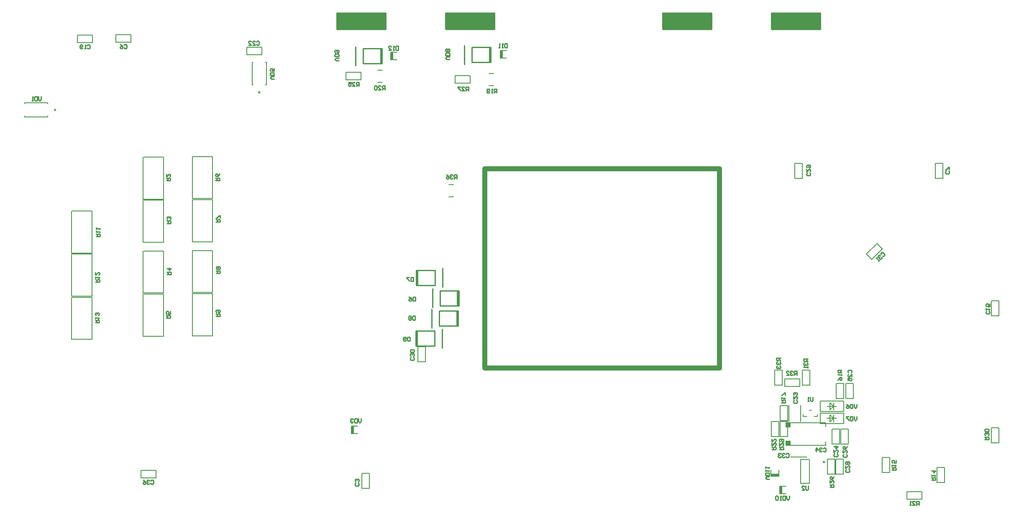
<source format=gbr>
%TF.GenerationSoftware,Altium Limited,Altium Designer,24.3.1 (35)*%
G04 Layer_Color=32896*
%FSLAX43Y43*%
%MOMM*%
%TF.SameCoordinates,76E1361F-AA3B-45A8-A24B-41510BF92E79*%
%TF.FilePolarity,Positive*%
%TF.FileFunction,Legend,Bot*%
%TF.Part,Single*%
G01*
G75*
%TA.AperFunction,NonConductor*%
%ADD93C,0.250*%
%ADD94C,0.200*%
%ADD95C,0.254*%
%ADD96C,1.000*%
%ADD97R,9.906X3.302*%
%ADD98R,1.000X1.000*%
%ADD99R,0.381X3.048*%
%ADD100R,0.508X1.587*%
%ADD101R,1.587X0.508*%
D93*
X18166Y82754D02*
G03*
X18166Y82754I-125J0D01*
G01*
X59516Y86326D02*
G03*
X59516Y86326I-125J0D01*
G01*
X173816Y11381D02*
G03*
X173816Y11381I-125J0D01*
G01*
D94*
X35876Y64650D02*
Y73175D01*
X35926D02*
X39976D01*
X35876Y64650D02*
X39976D01*
Y73175D01*
X186962Y9276D02*
Y12324D01*
X185438Y9276D02*
X186962D01*
X185438Y12324D02*
X186962D01*
X185438Y9276D02*
Y12324D01*
X179605Y24225D02*
Y27273D01*
X178081Y24225D02*
X179605D01*
X178081Y27273D02*
X179605D01*
X178081Y24225D02*
Y27273D01*
X190468Y5397D02*
X193516D01*
Y3873D02*
Y5397D01*
X190468Y3873D02*
Y5397D01*
Y3873D02*
X193516D01*
X169299Y26950D02*
Y29998D01*
X170823D01*
X169299Y26950D02*
X170823D01*
Y29998D01*
X21400Y36250D02*
Y44775D01*
X21450D02*
X25500D01*
X21400Y36250D02*
X25500D01*
Y44775D01*
X49925Y56025D02*
Y64550D01*
X45825Y56025D02*
X49925D01*
X45875Y64550D02*
X49925D01*
X45825Y56025D02*
Y64550D01*
X49931Y64775D02*
Y73300D01*
X45831Y64775D02*
X49931D01*
X45881Y73300D02*
X49931D01*
X45831Y64775D02*
Y73300D01*
X45831Y45725D02*
Y54250D01*
X45881D02*
X49931D01*
X45831Y45725D02*
X49931D01*
Y54250D01*
X49925Y36975D02*
Y45500D01*
X45825Y36975D02*
X49925D01*
X45875Y45500D02*
X49925D01*
X45825Y36975D02*
Y45500D01*
X35875Y45650D02*
Y54175D01*
X35925D02*
X39975D01*
X35875Y45650D02*
X39975D01*
Y54175D01*
X35875Y36875D02*
Y45400D01*
X35925D02*
X39975D01*
X35875Y36875D02*
X39975D01*
Y45400D01*
X35875Y55925D02*
Y64450D01*
X35925D02*
X39975D01*
X35875Y55925D02*
X39975D01*
Y64450D01*
X35426Y9662D02*
X38474D01*
Y8138D02*
Y9662D01*
X35426Y8138D02*
Y9662D01*
Y8138D02*
X38474D01*
X174037Y14751D02*
Y15551D01*
X166737Y14751D02*
Y15551D01*
X174037Y18551D02*
Y19351D01*
X166737Y14751D02*
X174037D01*
X166737Y18551D02*
Y19351D01*
X174037D01*
X183336Y52434D02*
X185491Y54589D01*
X182259Y53511D02*
X183336Y52434D01*
X184414Y55666D02*
X185491Y54589D01*
X182259Y53511D02*
X184414Y55666D01*
X169312Y68901D02*
Y71949D01*
X167788Y68901D02*
X169312D01*
X167788Y71949D02*
X169312D01*
X167788Y68901D02*
Y71949D01*
X207588Y41001D02*
Y44049D01*
X209112D01*
X207588Y41001D02*
X209112D01*
Y44049D01*
X197787Y68901D02*
Y71949D01*
X196263Y68901D02*
X197787D01*
X196263Y71949D02*
X197787D01*
X196263Y68901D02*
Y71949D01*
X92987Y31726D02*
Y34774D01*
X91463Y31726D02*
X92987D01*
X91463Y34774D02*
X92987D01*
X91463Y31726D02*
Y34774D01*
X80163Y6076D02*
Y9124D01*
X81687D01*
X80163Y6076D02*
X81687D01*
Y9124D01*
X78065Y17150D02*
Y18700D01*
Y17150D02*
X79335D01*
X78065Y18700D02*
X79335D01*
X164691Y6496D02*
X165961D01*
X164691Y4946D02*
X165961D01*
X164691D02*
Y6496D01*
X163675Y26926D02*
Y29974D01*
X165199D01*
X163675Y26926D02*
X165199D01*
Y29974D01*
X30401Y96463D02*
X33449D01*
X30401D02*
Y97987D01*
X33449Y96463D02*
Y97987D01*
X30401D02*
X33449D01*
X16541Y83979D02*
Y84214D01*
Y81294D02*
Y81529D01*
X11941Y81294D02*
X16541D01*
X11941Y83979D02*
Y84214D01*
Y81294D02*
Y81529D01*
Y84214D02*
X16541D01*
X22551Y97912D02*
X25599D01*
Y96388D02*
Y97912D01*
X22551Y96388D02*
Y97912D01*
Y96388D02*
X25599D01*
X60616Y87826D02*
X60851D01*
X57931D02*
X58166D01*
X57931D02*
Y92426D01*
X60616D02*
X60851D01*
X57931D02*
X58166D01*
X60851Y87826D02*
Y92426D01*
X56851Y93938D02*
X59899D01*
X56851D02*
Y95462D01*
X59899Y93938D02*
Y95462D01*
X56851D02*
X59899D01*
X83377Y90825D02*
X84323D01*
X83377Y88325D02*
X84323D01*
X105852Y90125D02*
X106798D01*
X105852Y87625D02*
X106798D01*
X76951Y88813D02*
X79999D01*
X76951D02*
Y90337D01*
X79999Y88813D02*
Y90337D01*
X76951D02*
X79999D01*
X99051Y88163D02*
X102099D01*
X99051D02*
Y89687D01*
X102099Y88163D02*
Y89687D01*
X99051D02*
X102099D01*
X21400Y53700D02*
Y62225D01*
X21450D02*
X25500D01*
X21400Y53700D02*
X25500D01*
Y62225D01*
X25500Y44975D02*
Y53500D01*
X21400Y44975D02*
X25500D01*
X21450Y53500D02*
X25500D01*
X21400Y44975D02*
Y53500D01*
X97777Y65115D02*
X98723D01*
X97777Y67615D02*
X98723D01*
X85965Y92876D02*
Y94426D01*
Y92876D02*
X87235D01*
X85965Y94426D02*
X87235D01*
X108190Y93225D02*
Y94775D01*
Y93225D02*
X109460D01*
X108190Y94775D02*
X109460D01*
X174348Y8884D02*
Y11932D01*
X175872D01*
X174348Y8884D02*
X175872D01*
Y11932D01*
X176098Y8884D02*
Y11932D01*
X177622D01*
X176098Y8884D02*
X177622D01*
Y11932D01*
X162972Y8505D02*
X164522D01*
Y9775D01*
X162972Y8505D02*
Y9775D01*
X178594Y15003D02*
Y18051D01*
X177070Y15003D02*
X178594D01*
X177070Y18051D02*
X178594D01*
X177070Y15003D02*
Y18051D01*
X176867Y15002D02*
Y18050D01*
X175343Y15002D02*
X176867D01*
X175343Y18050D02*
X176867D01*
X175343Y15002D02*
Y18050D01*
X169487Y20601D02*
Y21023D01*
X171626Y20601D02*
X172387D01*
X169487D02*
X170249D01*
X172387D02*
Y21023D01*
X170711Y21901D02*
X171164D01*
X176150Y24225D02*
Y27273D01*
X177674D01*
X176150Y24225D02*
X177674D01*
Y27273D01*
X165763Y28262D02*
X168811D01*
Y26738D02*
Y28262D01*
X165763Y26738D02*
Y28262D01*
Y26738D02*
X168811D01*
X166604Y19548D02*
Y22854D01*
X168961Y19548D02*
Y22854D01*
X207552Y15301D02*
Y18349D01*
X209076D01*
X207552Y15301D02*
X209076D01*
Y18349D01*
X164789Y16527D02*
Y19575D01*
X166313D01*
X164789Y16527D02*
X166313D01*
Y19575D01*
X163025Y16527D02*
Y19575D01*
X164549D01*
X163025Y16527D02*
X164549D01*
Y19575D01*
X166313Y19752D02*
Y22800D01*
X164789Y19752D02*
X166313D01*
X164789Y22800D02*
X166313D01*
X164789Y19752D02*
Y22800D01*
X196588Y7226D02*
Y10274D01*
X198112D01*
X196588Y7226D02*
X198112D01*
Y10274D01*
X170716Y7026D02*
Y11926D01*
X168958Y7026D02*
X170716D01*
X168958D02*
Y11926D01*
X170716D01*
X175612Y22676D02*
X176212D01*
X174905Y21969D02*
X175612Y22676D01*
Y21976D02*
Y22676D01*
X174905Y23383D02*
X175612Y22676D01*
X174905Y21969D02*
Y23383D01*
X175612Y22676D02*
Y23376D01*
X174312Y22676D02*
X175612D01*
X172962Y23701D02*
X177687D01*
X172962Y21601D02*
X177687D01*
X172962D02*
Y23701D01*
X177687Y21601D02*
Y23701D01*
Y19151D02*
Y21251D01*
X172962Y19151D02*
Y21251D01*
Y19151D02*
X177687D01*
X172962Y21251D02*
X177687D01*
X174312Y20226D02*
X175612D01*
Y20926D01*
X174905Y19519D02*
Y20933D01*
X175612Y20226D01*
Y19526D02*
Y20226D01*
X174905Y19519D02*
X175612Y20226D01*
X176212D01*
X166959Y12398D02*
X170266D01*
X166959Y14754D02*
X170266D01*
D95*
X163047Y102421D02*
X172953D01*
X163047Y99119D02*
X172953D01*
X163047D02*
Y102421D01*
X172953Y99119D02*
Y102421D01*
X141047D02*
X150953D01*
X141047Y99119D02*
X150953D01*
X141047D02*
Y102421D01*
X150953Y99119D02*
Y102421D01*
X97047D02*
X106953D01*
X97047Y99119D02*
X106953D01*
X97047D02*
Y102421D01*
X106953Y99119D02*
Y102421D01*
X75047D02*
X84953D01*
X75047Y99119D02*
X84953D01*
X75047D02*
Y102421D01*
X84953Y99119D02*
Y102421D01*
X80390Y95174D02*
X84200D01*
X80390Y92126D02*
X84200D01*
Y95174D01*
X80390Y92126D02*
Y95174D01*
X83946Y92126D02*
Y95174D01*
X78866Y91745D02*
Y95555D01*
X96509Y46820D02*
Y50630D01*
X91429Y47201D02*
Y50249D01*
X94985Y47201D02*
Y50249D01*
X91175Y47201D02*
Y50249D01*
X94985D01*
X91175Y47201D02*
X94985D01*
X96359Y34495D02*
Y38305D01*
X91279Y34876D02*
Y37924D01*
X94835Y34876D02*
Y37924D01*
X91025Y34876D02*
Y37924D01*
X94835D01*
X91025Y34876D02*
X94835D01*
X94416Y42670D02*
Y46480D01*
X99496Y43051D02*
Y46099D01*
X95940Y43051D02*
Y46099D01*
X99750Y43051D02*
Y46099D01*
X95940Y43051D02*
X99750D01*
X95940Y46099D02*
X99750D01*
X100916Y92020D02*
Y95830D01*
X105996Y92401D02*
Y95449D01*
X102440Y92401D02*
Y95449D01*
X106250Y92401D02*
Y95449D01*
X102440Y92401D02*
X106250D01*
X102440Y95449D02*
X106250D01*
X95815Y42024D02*
X99625D01*
X95815Y38976D02*
X99625D01*
Y42024D01*
X95815Y38976D02*
Y42024D01*
X99371Y38976D02*
Y42024D01*
X94291Y38595D02*
Y42405D01*
X187425Y9746D02*
X188225D01*
Y10146D01*
X188092Y10279D01*
X187825D01*
X187692Y10146D01*
Y9746D01*
Y10013D02*
X187425Y10279D01*
Y10546D02*
Y10813D01*
Y10679D01*
X188225D01*
X188092Y10546D01*
X188225Y11746D02*
Y11213D01*
X187825D01*
X187958Y11479D01*
Y11612D01*
X187825Y11746D01*
X187558D01*
X187425Y11612D01*
Y11346D01*
X187558Y11213D01*
X178652Y29457D02*
X178519Y29591D01*
Y29857D01*
X178652Y29990D01*
X179185D01*
X179318Y29857D01*
Y29591D01*
X179185Y29457D01*
X179318Y28658D02*
Y29191D01*
X178785Y28658D01*
X178652D01*
X178519Y28791D01*
Y29057D01*
X178652Y29191D01*
X178519Y27858D02*
Y28391D01*
X178918D01*
X178785Y28124D01*
Y27991D01*
X178918Y27858D01*
X179185D01*
X179318Y27991D01*
Y28258D01*
X179185Y28391D01*
X37423Y7599D02*
X37557Y7732D01*
X37823D01*
X37956Y7599D01*
Y7066D01*
X37823Y6932D01*
X37557D01*
X37423Y7066D01*
X37157Y7599D02*
X37023Y7732D01*
X36757D01*
X36624Y7599D01*
Y7465D01*
X36757Y7332D01*
X36890D01*
X36757D01*
X36624Y7199D01*
Y7066D01*
X36757Y6932D01*
X37023D01*
X37157Y7066D01*
X35824Y7732D02*
X36090Y7599D01*
X36357Y7332D01*
Y7066D01*
X36224Y6932D01*
X35957D01*
X35824Y7066D01*
Y7199D01*
X35957Y7332D01*
X36357D01*
X50625Y60034D02*
X51425D01*
Y60433D01*
X51292Y60567D01*
X51025D01*
X50892Y60433D01*
Y60034D01*
Y60300D02*
X50625Y60567D01*
X51425Y60833D02*
Y61366D01*
X51292D01*
X50758Y60833D01*
X50625D01*
X40700Y49409D02*
X41500D01*
Y49808D01*
X41367Y49942D01*
X41100D01*
X40967Y49808D01*
Y49409D01*
Y49675D02*
X40700Y49942D01*
Y50608D02*
X41500D01*
X41100Y50208D01*
Y50741D01*
X50550Y68459D02*
X51350D01*
Y68858D01*
X51217Y68992D01*
X50950D01*
X50817Y68858D01*
Y68459D01*
Y68725D02*
X50550Y68992D01*
X51350Y69791D02*
X51217Y69525D01*
X50950Y69258D01*
X50683D01*
X50550Y69392D01*
Y69658D01*
X50683Y69791D01*
X50817D01*
X50950Y69658D01*
Y69258D01*
X50625Y40884D02*
X51425D01*
Y41283D01*
X51292Y41417D01*
X51025D01*
X50892Y41283D01*
Y40884D01*
Y41150D02*
X50625Y41417D01*
X50758Y41683D02*
X50625Y41817D01*
Y42083D01*
X50758Y42216D01*
X51292D01*
X51425Y42083D01*
Y41817D01*
X51292Y41683D01*
X51158D01*
X51025Y41817D01*
Y42216D01*
X40600Y68409D02*
X41400D01*
Y68808D01*
X41267Y68942D01*
X41000D01*
X40867Y68808D01*
Y68409D01*
Y68675D02*
X40600Y68942D01*
Y69741D02*
Y69208D01*
X41133Y69741D01*
X41267D01*
X41400Y69608D01*
Y69342D01*
X41267Y69208D01*
X50650Y49659D02*
X51450D01*
Y50058D01*
X51317Y50192D01*
X51050D01*
X50917Y50058D01*
Y49659D01*
Y49925D02*
X50650Y50192D01*
X51317Y50458D02*
X51450Y50592D01*
Y50858D01*
X51317Y50991D01*
X51183D01*
X51050Y50858D01*
X50917Y50991D01*
X50783D01*
X50650Y50858D01*
Y50592D01*
X50783Y50458D01*
X50917D01*
X51050Y50592D01*
X51183Y50458D01*
X51317D01*
X51050Y50592D02*
Y50858D01*
X192880Y2660D02*
Y3460D01*
X192481D01*
X192347Y3327D01*
Y3060D01*
X192481Y2927D01*
X192880D01*
X192614D02*
X192347Y2660D01*
X191547D02*
X192081D01*
X191547Y3193D01*
Y3327D01*
X191681Y3460D01*
X191947D01*
X192081Y3327D01*
X191281Y2660D02*
X191014D01*
X191148D01*
Y3460D01*
X191281Y3327D01*
X40525Y40584D02*
X41325D01*
Y40983D01*
X41192Y41117D01*
X40925D01*
X40792Y40983D01*
Y40584D01*
Y40850D02*
X40525Y41117D01*
X41325Y41916D02*
Y41383D01*
X40925D01*
X41058Y41650D01*
Y41783D01*
X40925Y41916D01*
X40658D01*
X40525Y41783D01*
Y41517D01*
X40658Y41383D01*
X40675Y59759D02*
X41475D01*
Y60158D01*
X41342Y60292D01*
X41075D01*
X40942Y60158D01*
Y59759D01*
Y60025D02*
X40675Y60292D01*
X41342Y60558D02*
X41475Y60692D01*
Y60958D01*
X41342Y61091D01*
X41208D01*
X41075Y60958D01*
Y60825D01*
Y60958D01*
X40942Y61091D01*
X40808D01*
X40675Y60958D01*
Y60692D01*
X40808Y60558D01*
X24542Y95829D02*
X24675Y95962D01*
X24941D01*
X25075Y95829D01*
Y95296D01*
X24941Y95162D01*
X24675D01*
X24542Y95296D01*
X24275Y95162D02*
X24008D01*
X24142D01*
Y95962D01*
X24275Y95829D01*
X23608Y95296D02*
X23475Y95162D01*
X23209D01*
X23075Y95296D01*
Y95829D01*
X23209Y95962D01*
X23475D01*
X23608Y95829D01*
Y95696D01*
X23475Y95562D01*
X23075D01*
X166650Y4502D02*
Y3969D01*
X166383Y3703D01*
X166116Y3969D01*
Y4502D01*
X165850D02*
Y3703D01*
X165450D01*
X165317Y3836D01*
Y4369D01*
X165450Y4502D01*
X165850D01*
X165050Y3703D02*
X164783D01*
X164917D01*
Y4502D01*
X165050Y4369D01*
X164384D02*
X164250Y4502D01*
X163984D01*
X163850Y4369D01*
Y3836D01*
X163984Y3703D01*
X164250D01*
X164384Y3836D01*
Y4369D01*
X164861Y32491D02*
X164062D01*
Y32091D01*
X164195Y31958D01*
X164462D01*
X164595Y32091D01*
Y32491D01*
Y32225D02*
X164861Y31958D01*
X164195Y31692D02*
X164062Y31558D01*
Y31292D01*
X164195Y31158D01*
X164328D01*
X164462Y31292D01*
Y31425D01*
Y31292D01*
X164595Y31158D01*
X164728D01*
X164861Y31292D01*
Y31558D01*
X164728Y31692D01*
X164195Y30892D02*
X164062Y30759D01*
Y30492D01*
X164195Y30359D01*
X164328D01*
X164462Y30492D01*
Y30625D01*
Y30492D01*
X164595Y30359D01*
X164728D01*
X164861Y30492D01*
Y30759D01*
X164728Y30892D01*
X174880Y6312D02*
X175680D01*
Y6712D01*
X175546Y6845D01*
X175280D01*
X175146Y6712D01*
Y6312D01*
Y6579D02*
X174880Y6845D01*
Y7645D02*
Y7112D01*
X175413Y7645D01*
X175546D01*
X175680Y7512D01*
Y7245D01*
X175546Y7112D01*
X175680Y8445D02*
X175546Y8178D01*
X175280Y7912D01*
X175013D01*
X174880Y8045D01*
Y8312D01*
X175013Y8445D01*
X175146D01*
X175280Y8312D01*
Y7912D01*
X178724Y9849D02*
X178857Y9716D01*
Y9449D01*
X178724Y9316D01*
X178191D01*
X178057Y9449D01*
Y9716D01*
X178191Y9849D01*
X178057Y10649D02*
Y10116D01*
X178591Y10649D01*
X178724D01*
X178857Y10516D01*
Y10249D01*
X178724Y10116D01*
Y10916D02*
X178857Y11049D01*
Y11315D01*
X178724Y11449D01*
X178591D01*
X178457Y11315D01*
X178324Y11449D01*
X178191D01*
X178057Y11315D01*
Y11049D01*
X178191Y10916D01*
X178324D01*
X178457Y11049D01*
X178591Y10916D01*
X178724D01*
X178457Y11049D02*
Y11315D01*
X79969Y20175D02*
Y19642D01*
X79703Y19375D01*
X79436Y19642D01*
Y20175D01*
X79170D02*
Y19375D01*
X78770D01*
X78636Y19508D01*
Y20042D01*
X78770Y20175D01*
X79170D01*
X78370Y20042D02*
X78237Y20175D01*
X77970D01*
X77837Y20042D01*
Y19908D01*
X77970Y19775D01*
X78103D01*
X77970D01*
X77837Y19642D01*
Y19508D01*
X77970Y19375D01*
X78237D01*
X78370Y19508D01*
X90592Y32567D02*
X90725Y32434D01*
Y32167D01*
X90592Y32034D01*
X90058D01*
X89925Y32167D01*
Y32434D01*
X90058Y32567D01*
X90592Y32833D02*
X90725Y32967D01*
Y33233D01*
X90592Y33367D01*
X90458D01*
X90325Y33233D01*
Y33100D01*
Y33233D01*
X90192Y33367D01*
X90058D01*
X89925Y33233D01*
Y32967D01*
X90058Y32833D01*
X90592Y33633D02*
X90725Y33766D01*
Y34033D01*
X90592Y34166D01*
X90058D01*
X89925Y34033D01*
Y33766D01*
X90058Y33633D01*
X90592D01*
X79417Y7117D02*
X79550Y6983D01*
Y6717D01*
X79417Y6584D01*
X78883D01*
X78750Y6717D01*
Y6983D01*
X78883Y7117D01*
X79417Y7383D02*
X79550Y7517D01*
Y7783D01*
X79417Y7916D01*
X79283D01*
X79150Y7783D01*
Y7650D01*
Y7783D01*
X79017Y7916D01*
X78883D01*
X78750Y7783D01*
Y7517D01*
X78883Y7383D01*
X107443Y86200D02*
Y87000D01*
X107043D01*
X106910Y86867D01*
Y86600D01*
X107043Y86467D01*
X107443D01*
X107176D02*
X106910Y86200D01*
X106643D02*
X106376D01*
X106510D01*
Y87000D01*
X106643Y86867D01*
X105976Y86333D02*
X105843Y86200D01*
X105577D01*
X105443Y86333D01*
Y86867D01*
X105577Y87000D01*
X105843D01*
X105976Y86867D01*
Y86733D01*
X105843Y86600D01*
X105443D01*
X84791Y86850D02*
Y87650D01*
X84391D01*
X84258Y87517D01*
Y87250D01*
X84391Y87117D01*
X84791D01*
X84525D02*
X84258Y86850D01*
X83458D02*
X83992D01*
X83458Y87383D01*
Y87517D01*
X83592Y87650D01*
X83858D01*
X83992Y87517D01*
X83192D02*
X83059Y87650D01*
X82792D01*
X82659Y87517D01*
Y86983D01*
X82792Y86850D01*
X83059D01*
X83192Y86983D01*
Y87517D01*
X99342Y68819D02*
Y69619D01*
X98942D01*
X98809Y69486D01*
Y69219D01*
X98942Y69086D01*
X99342D01*
X99075D02*
X98809Y68819D01*
X98542Y69486D02*
X98409Y69619D01*
X98142D01*
X98009Y69486D01*
Y69352D01*
X98142Y69219D01*
X98276D01*
X98142D01*
X98009Y69086D01*
Y68952D01*
X98142Y68819D01*
X98409D01*
X98542Y68952D01*
X97209Y69619D02*
X97476Y69486D01*
X97742Y69219D01*
Y68952D01*
X97609Y68819D01*
X97343D01*
X97209Y68952D01*
Y69086D01*
X97343Y69219D01*
X97742D01*
X89891Y36725D02*
Y35925D01*
X89492D01*
X89358Y36058D01*
Y36592D01*
X89492Y36725D01*
X89891D01*
X89092Y36058D02*
X88958Y35925D01*
X88692D01*
X88559Y36058D01*
Y36592D01*
X88692Y36725D01*
X88958D01*
X89092Y36592D01*
Y36458D01*
X88958Y36325D01*
X88559D01*
X207092Y41967D02*
X207225Y41833D01*
Y41567D01*
X207092Y41434D01*
X206558D01*
X206425Y41567D01*
Y41833D01*
X206558Y41967D01*
X206425Y42233D02*
Y42500D01*
Y42367D01*
X207225D01*
X207092Y42233D01*
X207225Y43433D02*
Y42900D01*
X206825D01*
X206958Y43166D01*
Y43300D01*
X206825Y43433D01*
X206558D01*
X206425Y43300D01*
Y43033D01*
X206558Y42900D01*
X198917Y70367D02*
X199050Y70233D01*
Y69967D01*
X198917Y69834D01*
X198383D01*
X198250Y69967D01*
Y70233D01*
X198383Y70367D01*
X199050Y70633D02*
Y71166D01*
X198917D01*
X198383Y70633D01*
X198250D01*
X31990Y95892D02*
X32124Y96025D01*
X32390D01*
X32523Y95892D01*
Y95358D01*
X32390Y95225D01*
X32124D01*
X31990Y95358D01*
X31191Y96025D02*
X31457Y95892D01*
X31724Y95625D01*
Y95358D01*
X31590Y95225D01*
X31324D01*
X31191Y95358D01*
Y95492D01*
X31324Y95625D01*
X31724D01*
X15208Y85425D02*
Y84892D01*
X14941Y84625D01*
X14675Y84892D01*
Y85425D01*
X14408D02*
Y84625D01*
X14008D01*
X13875Y84758D01*
Y85292D01*
X14008Y85425D01*
X14408D01*
X13609Y84625D02*
X13342D01*
X13475D01*
Y85425D01*
X13609Y85292D01*
X75475Y92759D02*
X74942D01*
X74675Y93025D01*
X74942Y93292D01*
X75475D01*
Y93558D02*
X74675D01*
Y93958D01*
X74808Y94092D01*
X75342D01*
X75475Y93958D01*
Y93558D01*
X74808Y94358D02*
X74675Y94491D01*
Y94758D01*
X74808Y94891D01*
X75342D01*
X75475Y94758D01*
Y94491D01*
X75342Y94358D01*
X75208D01*
X75075Y94491D01*
Y94891D01*
X97900Y92984D02*
X97367D01*
X97100Y93250D01*
X97367Y93517D01*
X97900D01*
Y93783D02*
X97100D01*
Y94183D01*
X97233Y94317D01*
X97767D01*
X97900Y94183D01*
Y93783D01*
X97767Y94583D02*
X97900Y94716D01*
Y94983D01*
X97767Y95116D01*
X97633D01*
X97500Y94983D01*
X97367Y95116D01*
X97233D01*
X97100Y94983D01*
Y94716D01*
X97233Y94583D01*
X97367D01*
X97500Y94716D01*
X97633Y94583D01*
X97767D01*
X97500Y94716D02*
Y94983D01*
X101691Y86625D02*
Y87425D01*
X101291D01*
X101158Y87292D01*
Y87025D01*
X101291Y86892D01*
X101691D01*
X101425D02*
X101158Y86625D01*
X100358D02*
X100892D01*
X100358Y87158D01*
Y87292D01*
X100492Y87425D01*
X100758D01*
X100892Y87292D01*
X100092Y87425D02*
X99559D01*
Y87292D01*
X100092Y86758D01*
Y86625D01*
X79541Y87575D02*
Y88375D01*
X79141D01*
X79008Y88242D01*
Y87975D01*
X79141Y87842D01*
X79541D01*
X79275D02*
X79008Y87575D01*
X78208D02*
X78742D01*
X78208Y88108D01*
Y88242D01*
X78342Y88375D01*
X78608D01*
X78742Y88242D01*
X77409Y88375D02*
X77942D01*
Y87975D01*
X77675Y88108D01*
X77542D01*
X77409Y87975D01*
Y87708D01*
X77542Y87575D01*
X77809D01*
X77942Y87708D01*
X90541Y48825D02*
Y48025D01*
X90142D01*
X90008Y48158D01*
Y48692D01*
X90142Y48825D01*
X90541D01*
X89742D02*
X89209D01*
Y48692D01*
X89742Y48158D01*
Y48025D01*
X90916Y40975D02*
Y40175D01*
X90517D01*
X90383Y40308D01*
Y40842D01*
X90517Y40975D01*
X90916D01*
X90117Y40842D02*
X89983Y40975D01*
X89717D01*
X89584Y40842D01*
Y40708D01*
X89717Y40575D01*
X89584Y40442D01*
Y40308D01*
X89717Y40175D01*
X89983D01*
X90117Y40308D01*
Y40442D01*
X89983Y40575D01*
X90117Y40708D01*
Y40842D01*
X89983Y40575D02*
X89717D01*
X90991Y44850D02*
Y44050D01*
X90592D01*
X90458Y44183D01*
Y44717D01*
X90592Y44850D01*
X90991D01*
X89659D02*
X89925Y44717D01*
X90192Y44450D01*
Y44183D01*
X90058Y44050D01*
X89792D01*
X89659Y44183D01*
Y44317D01*
X89792Y44450D01*
X90192D01*
X87525Y95675D02*
Y94875D01*
X87125D01*
X86992Y95008D01*
Y95542D01*
X87125Y95675D01*
X87525D01*
X86725Y94875D02*
X86458D01*
X86592D01*
Y95675D01*
X86725Y95542D01*
X85525Y94875D02*
X86058D01*
X85525Y95408D01*
Y95542D01*
X85659Y95675D01*
X85925D01*
X86058Y95542D01*
X109564Y96175D02*
Y95375D01*
X109164D01*
X109031Y95508D01*
Y96042D01*
X109164Y96175D01*
X109564D01*
X108764Y95375D02*
X108498D01*
X108631D01*
Y96175D01*
X108764Y96042D01*
X108098Y95375D02*
X107831D01*
X107964D01*
Y96175D01*
X108098Y96042D01*
X185194Y53496D02*
Y53685D01*
X185383Y53873D01*
X185571Y53873D01*
X185948Y53496D01*
Y53308D01*
X185760Y53119D01*
X185571Y53119D01*
X185006Y53308D02*
X184817Y53308D01*
X184629Y53119D01*
Y52931D01*
X184723Y52836D01*
X184911D01*
X185006Y52931D01*
X184911Y52836D01*
X184911Y52648D01*
X185006Y52554D01*
X185194Y52554D01*
X185383Y52742D01*
Y52931D01*
X184911Y52271D02*
X184723Y52082D01*
X184817Y52177D01*
X184252Y52742D01*
X184440Y52742D01*
X170807Y69967D02*
X170940Y69834D01*
Y69567D01*
X170807Y69434D01*
X170273D01*
X170140Y69567D01*
Y69834D01*
X170273Y69967D01*
X170140Y70767D02*
Y70233D01*
X170673Y70767D01*
X170807D01*
X170940Y70633D01*
Y70367D01*
X170807Y70233D01*
X170273Y71033D02*
X170140Y71166D01*
Y71433D01*
X170273Y71566D01*
X170807D01*
X170940Y71433D01*
Y71166D01*
X170807Y71033D01*
X170673D01*
X170540Y71166D01*
Y71566D01*
X173544Y14118D02*
X173677Y14252D01*
X173944D01*
X174077Y14118D01*
Y13585D01*
X173944Y13452D01*
X173677D01*
X173544Y13585D01*
X173278Y14118D02*
X173144Y14252D01*
X172878D01*
X172744Y14118D01*
Y13985D01*
X172878Y13852D01*
X173011D01*
X172878D01*
X172744Y13719D01*
Y13585D01*
X172878Y13452D01*
X173144D01*
X173278Y13585D01*
X172078Y13452D02*
Y14252D01*
X172478Y13852D01*
X171945D01*
X168178Y29025D02*
Y29825D01*
X167778D01*
X167645Y29692D01*
Y29425D01*
X167778Y29292D01*
X168178D01*
X167912D02*
X167645Y29025D01*
X167378Y29692D02*
X167245Y29825D01*
X166978D01*
X166845Y29692D01*
Y29558D01*
X166978Y29425D01*
X167112D01*
X166978D01*
X166845Y29292D01*
Y29158D01*
X166978Y29025D01*
X167245D01*
X167378Y29158D01*
X166045Y29025D02*
X166579D01*
X166045Y29558D01*
Y29692D01*
X166179Y29825D01*
X166445D01*
X166579Y29692D01*
X177293Y29999D02*
X176494D01*
Y29599D01*
X176627Y29466D01*
X176893D01*
X177027Y29599D01*
Y29999D01*
Y29732D02*
X177293Y29466D01*
Y29199D02*
Y28933D01*
Y29066D01*
X176494D01*
X176627Y29199D01*
X176494Y27999D02*
X176627Y28266D01*
X176893Y28533D01*
X177160D01*
X177293Y28399D01*
Y28133D01*
X177160Y27999D01*
X177027D01*
X176893Y28133D01*
Y28533D01*
X171435Y24525D02*
Y23858D01*
X171302Y23725D01*
X171035D01*
X170902Y23858D01*
Y24525D01*
X170635Y23725D02*
X170368D01*
X170502D01*
Y24525D01*
X170635Y24392D01*
X168149Y23866D02*
X168282Y23733D01*
Y23466D01*
X168149Y23333D01*
X167616D01*
X167483Y23466D01*
Y23733D01*
X167616Y23866D01*
X167483Y24666D02*
Y24133D01*
X168016Y24666D01*
X168149D01*
X168282Y24532D01*
Y24266D01*
X168149Y24133D01*
Y24932D02*
X168282Y25066D01*
Y25332D01*
X168149Y25465D01*
X168016D01*
X167882Y25332D01*
Y25199D01*
Y25332D01*
X167749Y25465D01*
X167616D01*
X167483Y25332D01*
Y25066D01*
X167616Y24932D01*
X162616Y7874D02*
X162083D01*
X161817Y8140D01*
X162083Y8407D01*
X162616D01*
Y8673D02*
X161817D01*
Y9073D01*
X161950Y9207D01*
X162483D01*
X162616Y9073D01*
Y8673D01*
X161817Y9473D02*
Y9740D01*
Y9607D01*
X162616D01*
X162483Y9473D01*
X161817Y10140D02*
Y10406D01*
Y10273D01*
X162616D01*
X162483Y10140D01*
X180291Y20601D02*
Y20067D01*
X180025Y19801D01*
X179758Y20067D01*
Y20601D01*
X179492D02*
Y19801D01*
X179092D01*
X178958Y19934D01*
Y20467D01*
X179092Y20601D01*
X179492D01*
X178692D02*
X178159D01*
Y20467D01*
X178692Y19934D01*
Y19801D01*
X180291Y23100D02*
Y22567D01*
X180025Y22301D01*
X179758Y22567D01*
Y23100D01*
X179492D02*
Y22301D01*
X179092D01*
X178958Y22434D01*
Y22967D01*
X179092Y23100D01*
X179492D01*
X178159D02*
X178425Y22967D01*
X178692Y22701D01*
Y22434D01*
X178559Y22301D01*
X178292D01*
X178159Y22434D01*
Y22567D01*
X178292Y22701D01*
X178692D01*
X178216Y12941D02*
X178349Y12807D01*
Y12541D01*
X178216Y12408D01*
X177683D01*
X177549Y12541D01*
Y12807D01*
X177683Y12941D01*
X177549Y13740D02*
Y13207D01*
X178083Y13740D01*
X178216D01*
X178349Y13607D01*
Y13341D01*
X178216Y13207D01*
X178349Y14540D02*
X178216Y14274D01*
X177949Y14007D01*
X177683D01*
X177549Y14140D01*
Y14407D01*
X177683Y14540D01*
X177816D01*
X177949Y14407D01*
Y14007D01*
X176342Y13043D02*
X176475Y12909D01*
Y12643D01*
X176342Y12509D01*
X175808D01*
X175675Y12643D01*
Y12909D01*
X175808Y13043D01*
X175675Y13842D02*
Y13309D01*
X176208Y13842D01*
X176342D01*
X176475Y13709D01*
Y13442D01*
X176342Y13309D01*
X175675Y14509D02*
X176475D01*
X176075Y14109D01*
Y14642D01*
X62375Y88984D02*
X61842D01*
X61575Y89250D01*
X61842Y89517D01*
X62375D01*
Y89783D02*
X61575D01*
Y90183D01*
X61708Y90317D01*
X62242D01*
X62375Y90183D01*
Y89783D01*
Y91116D02*
Y90583D01*
X61975D01*
X62108Y90850D01*
Y90983D01*
X61975Y91116D01*
X61708D01*
X61575Y90983D01*
Y90716D01*
X61708Y90583D01*
X170504Y6545D02*
Y5879D01*
X170371Y5746D01*
X170104D01*
X169971Y5879D01*
Y6545D01*
X169171Y5746D02*
X169704D01*
X169171Y6279D01*
Y6412D01*
X169304Y6545D01*
X169571D01*
X169704Y6412D01*
X170386Y32332D02*
X169587D01*
Y31932D01*
X169720Y31799D01*
X169987D01*
X170120Y31932D01*
Y32332D01*
Y32066D02*
X170386Y31799D01*
X169720Y31532D02*
X169587Y31399D01*
Y31133D01*
X169720Y30999D01*
X169853D01*
X169987Y31133D01*
Y31266D01*
Y31133D01*
X170120Y30999D01*
X170253D01*
X170386Y31133D01*
Y31399D01*
X170253Y31532D01*
X170386Y30733D02*
Y30466D01*
Y30599D01*
X169587D01*
X169720Y30733D01*
X206239Y15959D02*
X207039D01*
Y16359D01*
X206905Y16492D01*
X206639D01*
X206505Y16359D01*
Y15959D01*
Y16225D02*
X206239Y16492D01*
X206905Y16758D02*
X207039Y16892D01*
Y17158D01*
X206905Y17292D01*
X206772D01*
X206639Y17158D01*
Y17025D01*
Y17158D01*
X206505Y17292D01*
X206372D01*
X206239Y17158D01*
Y16892D01*
X206372Y16758D01*
X206905Y17558D02*
X207039Y17691D01*
Y17958D01*
X206905Y18091D01*
X206372D01*
X206239Y17958D01*
Y17691D01*
X206372Y17558D01*
X206905D01*
X164662Y13916D02*
X165461D01*
Y14316D01*
X165328Y14449D01*
X165062D01*
X164928Y14316D01*
Y13916D01*
Y14183D02*
X164662Y14449D01*
Y15249D02*
Y14716D01*
X165195Y15249D01*
X165328D01*
X165461Y15116D01*
Y14849D01*
X165328Y14716D01*
X164795Y15516D02*
X164662Y15649D01*
Y15915D01*
X164795Y16049D01*
X165328D01*
X165461Y15915D01*
Y15649D01*
X165328Y15516D01*
X165195D01*
X165062Y15649D01*
Y16049D01*
X163147Y13916D02*
X163947D01*
Y14316D01*
X163814Y14449D01*
X163547D01*
X163414Y14316D01*
Y13916D01*
Y14183D02*
X163147Y14449D01*
Y15249D02*
Y14716D01*
X163681Y15249D01*
X163814D01*
X163947Y15116D01*
Y14849D01*
X163814Y14716D01*
X163147Y16049D02*
Y15516D01*
X163681Y16049D01*
X163814D01*
X163947Y15915D01*
Y15649D01*
X163814Y15516D01*
X165050Y23425D02*
X165850D01*
Y23825D01*
X165717Y23958D01*
X165450D01*
X165317Y23825D01*
Y23425D01*
Y23692D02*
X165050Y23958D01*
Y24225D02*
Y24492D01*
Y24358D01*
X165850D01*
X165717Y24225D01*
X165850Y24892D02*
Y25425D01*
X165717D01*
X165183Y24892D01*
X165050D01*
X195450Y7725D02*
X196250D01*
Y8125D01*
X196117Y8258D01*
X195850D01*
X195717Y8125D01*
Y7725D01*
Y7992D02*
X195450Y8258D01*
Y8525D02*
Y8792D01*
Y8658D01*
X196250D01*
X196117Y8525D01*
X195450Y9591D02*
X196250D01*
X195850Y9192D01*
Y9725D01*
X26175Y39625D02*
X26975D01*
Y40025D01*
X26842Y40158D01*
X26575D01*
X26442Y40025D01*
Y39625D01*
Y39892D02*
X26175Y40158D01*
Y40425D02*
Y40692D01*
Y40558D01*
X26975D01*
X26842Y40425D01*
Y41092D02*
X26975Y41225D01*
Y41491D01*
X26842Y41625D01*
X26708D01*
X26575Y41491D01*
Y41358D01*
Y41491D01*
X26442Y41625D01*
X26308D01*
X26175Y41491D01*
Y41225D01*
X26308Y41092D01*
X26250Y47850D02*
X27050D01*
Y48250D01*
X26917Y48383D01*
X26650D01*
X26517Y48250D01*
Y47850D01*
Y48117D02*
X26250Y48383D01*
Y48650D02*
Y48917D01*
Y48783D01*
X27050D01*
X26917Y48650D01*
X26250Y49850D02*
Y49317D01*
X26783Y49850D01*
X26917D01*
X27050Y49716D01*
Y49450D01*
X26917Y49317D01*
X26375Y57109D02*
X27175D01*
Y57508D01*
X27042Y57642D01*
X26775D01*
X26642Y57508D01*
Y57109D01*
Y57375D02*
X26375Y57642D01*
Y57908D02*
Y58175D01*
Y58042D01*
X27175D01*
X27042Y57908D01*
X26375Y58575D02*
Y58841D01*
Y58708D01*
X27175D01*
X27042Y58575D01*
X166019Y13017D02*
X166152Y13150D01*
X166419D01*
X166552Y13017D01*
Y12483D01*
X166419Y12350D01*
X166152D01*
X166019Y12483D01*
X165752Y13017D02*
X165619Y13150D01*
X165352D01*
X165219Y13017D01*
Y12883D01*
X165352Y12750D01*
X165486D01*
X165352D01*
X165219Y12617D01*
Y12483D01*
X165352Y12350D01*
X165619D01*
X165752Y12483D01*
X164953Y13017D02*
X164819Y13150D01*
X164553D01*
X164419Y13017D01*
Y12883D01*
X164553Y12750D01*
X164686D01*
X164553D01*
X164419Y12617D01*
Y12483D01*
X164553Y12350D01*
X164819D01*
X164953Y12483D01*
X58808Y96567D02*
X58941Y96700D01*
X59208D01*
X59341Y96567D01*
Y96033D01*
X59208Y95900D01*
X58941D01*
X58808Y96033D01*
X58008Y95900D02*
X58542D01*
X58008Y96433D01*
Y96567D01*
X58142Y96700D01*
X58408D01*
X58542Y96567D01*
X57209Y95900D02*
X57742D01*
X57209Y96433D01*
Y96567D01*
X57342Y96700D01*
X57609D01*
X57742Y96567D01*
D96*
X105019Y30424D02*
X152517D01*
X105019Y70810D02*
X152517D01*
Y30424D02*
Y70810D01*
X105019Y30424D02*
Y70810D01*
D97*
X168000Y100770D02*
D03*
X146000D02*
D03*
X102000Y100770D02*
D03*
X80000D02*
D03*
D98*
X166387Y18951D02*
D03*
Y15151D02*
D03*
D99*
X84010Y93650D02*
D03*
X91365Y48725D02*
D03*
X91215Y36400D02*
D03*
X99560Y44575D02*
D03*
X106059Y93925D02*
D03*
X99435Y40500D02*
D03*
D100*
X78318Y17893D02*
D03*
X164945Y5689D02*
D03*
X86218Y93621D02*
D03*
X108444Y93969D02*
D03*
D101*
X163779Y8759D02*
D03*
%TF.MD5,26d5b6c9ecd0799a3023d5c288620007*%
M02*

</source>
